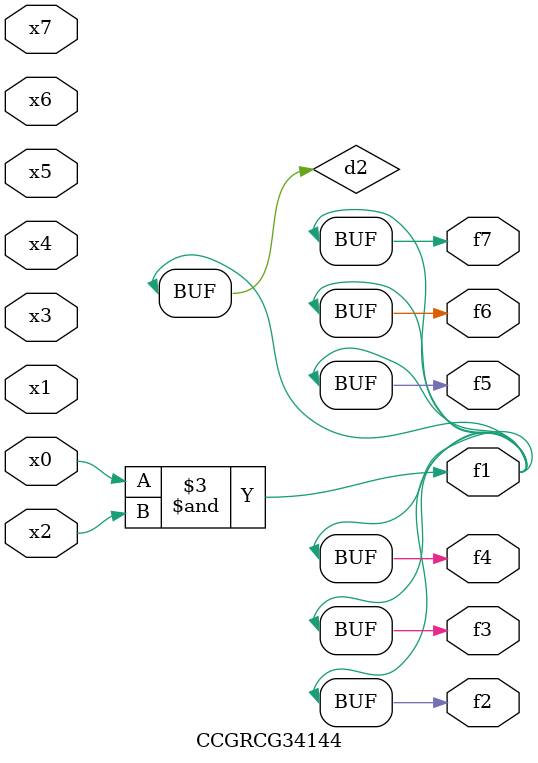
<source format=v>
module CCGRCG34144(
	input x0, x1, x2, x3, x4, x5, x6, x7,
	output f1, f2, f3, f4, f5, f6, f7
);

	wire d1, d2;

	nor (d1, x3, x6);
	and (d2, x0, x2);
	assign f1 = d2;
	assign f2 = d2;
	assign f3 = d2;
	assign f4 = d2;
	assign f5 = d2;
	assign f6 = d2;
	assign f7 = d2;
endmodule

</source>
